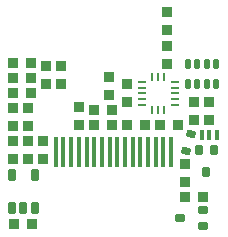
<source format=gtp>
G04*
G04 #@! TF.GenerationSoftware,Altium Limited,Altium Designer,19.1.5 (86)*
G04*
G04 Layer_Color=8421504*
%FSLAX25Y25*%
%MOIN*%
G70*
G01*
G75*
%ADD18R,0.01260X0.10000*%
G04:AMPARAMS|DCode=19|XSize=35mil|YSize=35mil|CornerRadius=3.5mil|HoleSize=0mil|Usage=FLASHONLY|Rotation=90.000|XOffset=0mil|YOffset=0mil|HoleType=Round|Shape=RoundedRectangle|*
%AMROUNDEDRECTD19*
21,1,0.03500,0.02800,0,0,90.0*
21,1,0.02800,0.03500,0,0,90.0*
1,1,0.00700,0.01400,0.01400*
1,1,0.00700,0.01400,-0.01400*
1,1,0.00700,-0.01400,-0.01400*
1,1,0.00700,-0.01400,0.01400*
%
%ADD19ROUNDEDRECTD19*%
G04:AMPARAMS|DCode=20|XSize=31.5mil|YSize=23.62mil|CornerRadius=2.95mil|HoleSize=0mil|Usage=FLASHONLY|Rotation=165.000|XOffset=0mil|YOffset=0mil|HoleType=Round|Shape=RoundedRectangle|*
%AMROUNDEDRECTD20*
21,1,0.03150,0.01772,0,0,165.0*
21,1,0.02559,0.02362,0,0,165.0*
1,1,0.00591,-0.01007,0.01187*
1,1,0.00591,0.01465,0.00525*
1,1,0.00591,0.01007,-0.01187*
1,1,0.00591,-0.01465,-0.00525*
%
%ADD20ROUNDEDRECTD20*%
G04:AMPARAMS|DCode=21|XSize=16mil|YSize=35mil|CornerRadius=2.4mil|HoleSize=0mil|Usage=FLASHONLY|Rotation=180.000|XOffset=0mil|YOffset=0mil|HoleType=Round|Shape=RoundedRectangle|*
%AMROUNDEDRECTD21*
21,1,0.01600,0.03020,0,0,180.0*
21,1,0.01120,0.03500,0,0,180.0*
1,1,0.00480,-0.00560,0.01510*
1,1,0.00480,0.00560,0.01510*
1,1,0.00480,0.00560,-0.01510*
1,1,0.00480,-0.00560,-0.01510*
%
%ADD21ROUNDEDRECTD21*%
G04:AMPARAMS|DCode=22|XSize=35mil|YSize=35mil|CornerRadius=4.38mil|HoleSize=0mil|Usage=FLASHONLY|Rotation=90.000|XOffset=0mil|YOffset=0mil|HoleType=Round|Shape=RoundedRectangle|*
%AMROUNDEDRECTD22*
21,1,0.03500,0.02625,0,0,90.0*
21,1,0.02625,0.03500,0,0,90.0*
1,1,0.00875,0.01313,0.01313*
1,1,0.00875,0.01313,-0.01313*
1,1,0.00875,-0.01313,-0.01313*
1,1,0.00875,-0.01313,0.01313*
%
%ADD22ROUNDEDRECTD22*%
G04:AMPARAMS|DCode=23|XSize=35mil|YSize=35mil|CornerRadius=4.38mil|HoleSize=0mil|Usage=FLASHONLY|Rotation=0.000|XOffset=0mil|YOffset=0mil|HoleType=Round|Shape=RoundedRectangle|*
%AMROUNDEDRECTD23*
21,1,0.03500,0.02625,0,0,0.0*
21,1,0.02625,0.03500,0,0,0.0*
1,1,0.00875,0.01313,-0.01313*
1,1,0.00875,-0.01313,-0.01313*
1,1,0.00875,-0.01313,0.01313*
1,1,0.00875,0.01313,0.01313*
%
%ADD23ROUNDEDRECTD23*%
G04:AMPARAMS|DCode=24|XSize=27.56mil|YSize=35.43mil|CornerRadius=6.89mil|HoleSize=0mil|Usage=FLASHONLY|Rotation=270.000|XOffset=0mil|YOffset=0mil|HoleType=Round|Shape=RoundedRectangle|*
%AMROUNDEDRECTD24*
21,1,0.02756,0.02165,0,0,270.0*
21,1,0.01378,0.03543,0,0,270.0*
1,1,0.01378,-0.01083,-0.00689*
1,1,0.01378,-0.01083,0.00689*
1,1,0.01378,0.01083,0.00689*
1,1,0.01378,0.01083,-0.00689*
%
%ADD24ROUNDEDRECTD24*%
G04:AMPARAMS|DCode=25|XSize=27.56mil|YSize=35.43mil|CornerRadius=6.89mil|HoleSize=0mil|Usage=FLASHONLY|Rotation=0.000|XOffset=0mil|YOffset=0mil|HoleType=Round|Shape=RoundedRectangle|*
%AMROUNDEDRECTD25*
21,1,0.02756,0.02165,0,0,0.0*
21,1,0.01378,0.03543,0,0,0.0*
1,1,0.01378,0.00689,-0.01083*
1,1,0.01378,-0.00689,-0.01083*
1,1,0.01378,-0.00689,0.01083*
1,1,0.01378,0.00689,0.01083*
%
%ADD25ROUNDEDRECTD25*%
%ADD26R,0.02756X0.01102*%
%ADD27R,0.01102X0.02756*%
G04:AMPARAMS|DCode=28|XSize=35mil|YSize=35mil|CornerRadius=3.5mil|HoleSize=0mil|Usage=FLASHONLY|Rotation=180.000|XOffset=0mil|YOffset=0mil|HoleType=Round|Shape=RoundedRectangle|*
%AMROUNDEDRECTD28*
21,1,0.03500,0.02800,0,0,180.0*
21,1,0.02800,0.03500,0,0,180.0*
1,1,0.00700,-0.01400,0.01400*
1,1,0.00700,0.01400,0.01400*
1,1,0.00700,0.01400,-0.01400*
1,1,0.00700,-0.01400,-0.01400*
%
%ADD28ROUNDEDRECTD28*%
G04:AMPARAMS|DCode=29|XSize=17.72mil|YSize=35.43mil|CornerRadius=4.43mil|HoleSize=0mil|Usage=FLASHONLY|Rotation=180.000|XOffset=0mil|YOffset=0mil|HoleType=Round|Shape=RoundedRectangle|*
%AMROUNDEDRECTD29*
21,1,0.01772,0.02657,0,0,180.0*
21,1,0.00886,0.03543,0,0,180.0*
1,1,0.00886,-0.00443,0.01329*
1,1,0.00886,0.00443,0.01329*
1,1,0.00886,0.00443,-0.01329*
1,1,0.00886,-0.00443,-0.01329*
%
%ADD29ROUNDEDRECTD29*%
G04:AMPARAMS|DCode=30|XSize=23.62mil|YSize=43.31mil|CornerRadius=5.91mil|HoleSize=0mil|Usage=FLASHONLY|Rotation=180.000|XOffset=0mil|YOffset=0mil|HoleType=Round|Shape=RoundedRectangle|*
%AMROUNDEDRECTD30*
21,1,0.02362,0.03150,0,0,180.0*
21,1,0.01181,0.04331,0,0,180.0*
1,1,0.01181,-0.00591,0.01575*
1,1,0.01181,0.00591,0.01575*
1,1,0.01181,0.00591,-0.01575*
1,1,0.01181,-0.00591,-0.01575*
%
%ADD30ROUNDEDRECTD30*%
D18*
X58957Y36957D02*
D03*
X66634D02*
D03*
X33366D02*
D03*
X41043D02*
D03*
X69193D02*
D03*
X61516D02*
D03*
X64075D02*
D03*
X51279D02*
D03*
X53839D02*
D03*
X56398D02*
D03*
X43602D02*
D03*
X46161D02*
D03*
X48720D02*
D03*
X35925D02*
D03*
X38484D02*
D03*
X30807D02*
D03*
D19*
X68000Y77500D02*
D03*
Y83500D02*
D03*
X21500Y45500D02*
D03*
Y51500D02*
D03*
X26500Y40500D02*
D03*
Y34500D02*
D03*
X38500Y46000D02*
D03*
Y52000D02*
D03*
X67960Y66267D02*
D03*
Y72267D02*
D03*
X74000Y27000D02*
D03*
Y33000D02*
D03*
D20*
X74236Y37448D02*
D03*
X75764Y43152D02*
D03*
D21*
X82000Y42500D02*
D03*
X84600D02*
D03*
X79400D02*
D03*
D22*
X16500Y51500D02*
D03*
Y45500D02*
D03*
X21500Y34500D02*
D03*
Y40500D02*
D03*
X27500Y65500D02*
D03*
Y59500D02*
D03*
X32500Y65500D02*
D03*
Y59500D02*
D03*
X77000Y47500D02*
D03*
Y53500D02*
D03*
X82000Y47500D02*
D03*
Y53500D02*
D03*
X48500Y62000D02*
D03*
Y56000D02*
D03*
X54500Y53500D02*
D03*
Y59500D02*
D03*
X16500Y34500D02*
D03*
Y40500D02*
D03*
D23*
X79750Y22000D02*
D03*
X73750D02*
D03*
X16500Y56500D02*
D03*
X22500D02*
D03*
X54500Y46000D02*
D03*
X60500D02*
D03*
D24*
X79740Y12441D02*
D03*
Y17559D02*
D03*
X72260Y15000D02*
D03*
D25*
X83559Y37740D02*
D03*
X78441D02*
D03*
X81000Y30260D02*
D03*
D26*
X59488Y60437D02*
D03*
Y58468D02*
D03*
Y56500D02*
D03*
Y54531D02*
D03*
Y52563D02*
D03*
X70512D02*
D03*
Y54531D02*
D03*
Y56500D02*
D03*
Y58468D02*
D03*
Y60437D02*
D03*
D27*
X63032Y50988D02*
D03*
X65000D02*
D03*
X66969D02*
D03*
Y62012D02*
D03*
X65000D02*
D03*
X63032D02*
D03*
D28*
X49500Y46000D02*
D03*
X43500D02*
D03*
X65500D02*
D03*
X71500D02*
D03*
X43500Y51000D02*
D03*
X49500D02*
D03*
X16500Y66500D02*
D03*
X22500D02*
D03*
X16500Y61500D02*
D03*
X22500D02*
D03*
X23000Y13000D02*
D03*
X17000D02*
D03*
D29*
X81075Y59654D02*
D03*
X84224D02*
D03*
X74776D02*
D03*
X77925D02*
D03*
Y66347D02*
D03*
X74776D02*
D03*
X84224D02*
D03*
X81075D02*
D03*
D30*
X16260Y29212D02*
D03*
X23740D02*
D03*
Y18188D02*
D03*
X20000D02*
D03*
X16260D02*
D03*
M02*

</source>
